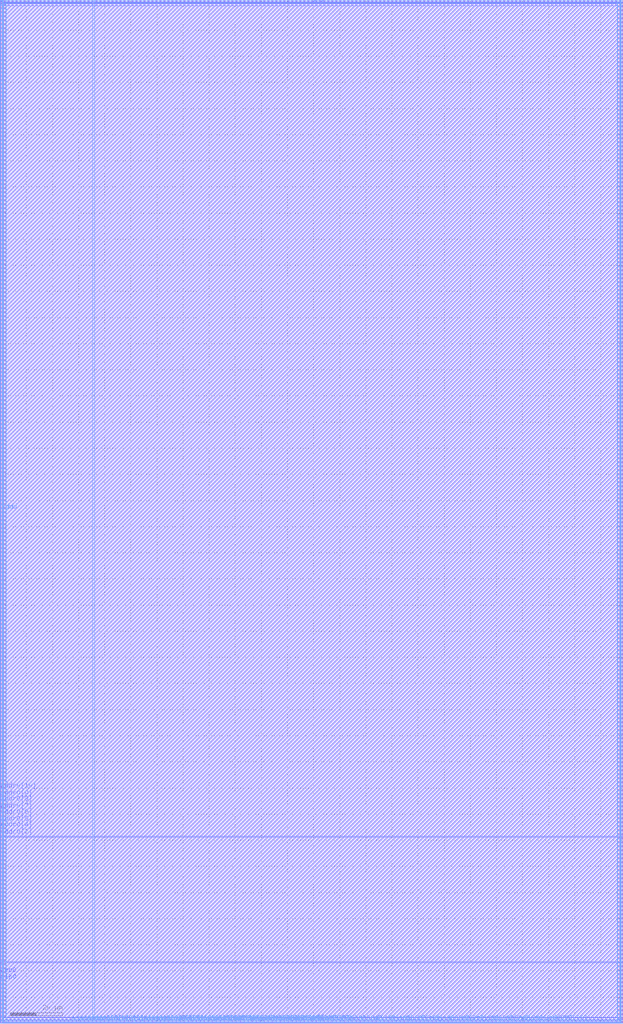
<source format=lef>
VERSION 5.4 ;
NAMESCASESENSITIVE ON ;
BUSBITCHARS "[]" ;
DIVIDERCHAR "/" ;
UNITS
  DATABASE MICRONS 2000 ;
END UNITS
MACRO sram_32b_2048_1rw_freepdk45_sram_32x2048_1v
   CLASS BLOCK ;
   SIZE 238.5625 BY 391.5075 ;
   SYMMETRY X Y R90 ;
   PIN din0[0]
      DIRECTION INPUT ;
      PORT
         LAYER M4 ;
         RECT  35.705 0.0 35.845 0.14 ;
      END
   END din0[0]
   PIN din0[1]
      DIRECTION INPUT ;
      PORT
         LAYER M4 ;
         RECT  38.565 0.0 38.705 0.14 ;
      END
   END din0[1]
   PIN din0[2]
      DIRECTION INPUT ;
      PORT
         LAYER M4 ;
         RECT  41.425 0.0 41.565 0.14 ;
      END
   END din0[2]
   PIN din0[3]
      DIRECTION INPUT ;
      PORT
         LAYER M4 ;
         RECT  44.285 0.0 44.425 0.14 ;
      END
   END din0[3]
   PIN din0[4]
      DIRECTION INPUT ;
      PORT
         LAYER M4 ;
         RECT  47.145 0.0 47.285 0.14 ;
      END
   END din0[4]
   PIN din0[5]
      DIRECTION INPUT ;
      PORT
         LAYER M4 ;
         RECT  50.005 0.0 50.145 0.14 ;
      END
   END din0[5]
   PIN din0[6]
      DIRECTION INPUT ;
      PORT
         LAYER M4 ;
         RECT  52.865 0.0 53.005 0.14 ;
      END
   END din0[6]
   PIN din0[7]
      DIRECTION INPUT ;
      PORT
         LAYER M4 ;
         RECT  55.725 0.0 55.865 0.14 ;
      END
   END din0[7]
   PIN din0[8]
      DIRECTION INPUT ;
      PORT
         LAYER M4 ;
         RECT  58.585 0.0 58.725 0.14 ;
      END
   END din0[8]
   PIN din0[9]
      DIRECTION INPUT ;
      PORT
         LAYER M4 ;
         RECT  61.445 0.0 61.585 0.14 ;
      END
   END din0[9]
   PIN din0[10]
      DIRECTION INPUT ;
      PORT
         LAYER M4 ;
         RECT  64.305 0.0 64.445 0.14 ;
      END
   END din0[10]
   PIN din0[11]
      DIRECTION INPUT ;
      PORT
         LAYER M4 ;
         RECT  67.165 0.0 67.305 0.14 ;
      END
   END din0[11]
   PIN din0[12]
      DIRECTION INPUT ;
      PORT
         LAYER M4 ;
         RECT  70.025 0.0 70.165 0.14 ;
      END
   END din0[12]
   PIN din0[13]
      DIRECTION INPUT ;
      PORT
         LAYER M4 ;
         RECT  72.885 0.0 73.025 0.14 ;
      END
   END din0[13]
   PIN din0[14]
      DIRECTION INPUT ;
      PORT
         LAYER M4 ;
         RECT  75.745 0.0 75.885 0.14 ;
      END
   END din0[14]
   PIN din0[15]
      DIRECTION INPUT ;
      PORT
         LAYER M4 ;
         RECT  78.605 0.0 78.745 0.14 ;
      END
   END din0[15]
   PIN din0[16]
      DIRECTION INPUT ;
      PORT
         LAYER M4 ;
         RECT  81.465 0.0 81.605 0.14 ;
      END
   END din0[16]
   PIN din0[17]
      DIRECTION INPUT ;
      PORT
         LAYER M4 ;
         RECT  84.325 0.0 84.465 0.14 ;
      END
   END din0[17]
   PIN din0[18]
      DIRECTION INPUT ;
      PORT
         LAYER M4 ;
         RECT  87.185 0.0 87.325 0.14 ;
      END
   END din0[18]
   PIN din0[19]
      DIRECTION INPUT ;
      PORT
         LAYER M4 ;
         RECT  90.045 0.0 90.185 0.14 ;
      END
   END din0[19]
   PIN din0[20]
      DIRECTION INPUT ;
      PORT
         LAYER M4 ;
         RECT  92.905 0.0 93.045 0.14 ;
      END
   END din0[20]
   PIN din0[21]
      DIRECTION INPUT ;
      PORT
         LAYER M4 ;
         RECT  95.765 0.0 95.905 0.14 ;
      END
   END din0[21]
   PIN din0[22]
      DIRECTION INPUT ;
      PORT
         LAYER M4 ;
         RECT  98.625 0.0 98.765 0.14 ;
      END
   END din0[22]
   PIN din0[23]
      DIRECTION INPUT ;
      PORT
         LAYER M4 ;
         RECT  101.485 0.0 101.625 0.14 ;
      END
   END din0[23]
   PIN din0[24]
      DIRECTION INPUT ;
      PORT
         LAYER M4 ;
         RECT  104.345 0.0 104.485 0.14 ;
      END
   END din0[24]
   PIN din0[25]
      DIRECTION INPUT ;
      PORT
         LAYER M4 ;
         RECT  107.205 0.0 107.345 0.14 ;
      END
   END din0[25]
   PIN din0[26]
      DIRECTION INPUT ;
      PORT
         LAYER M4 ;
         RECT  110.065 0.0 110.205 0.14 ;
      END
   END din0[26]
   PIN din0[27]
      DIRECTION INPUT ;
      PORT
         LAYER M4 ;
         RECT  112.925 0.0 113.065 0.14 ;
      END
   END din0[27]
   PIN din0[28]
      DIRECTION INPUT ;
      PORT
         LAYER M4 ;
         RECT  115.785 0.0 115.925 0.14 ;
      END
   END din0[28]
   PIN din0[29]
      DIRECTION INPUT ;
      PORT
         LAYER M4 ;
         RECT  118.645 0.0 118.785 0.14 ;
      END
   END din0[29]
   PIN din0[30]
      DIRECTION INPUT ;
      PORT
         LAYER M4 ;
         RECT  121.505 0.0 121.645 0.14 ;
      END
   END din0[30]
   PIN din0[31]
      DIRECTION INPUT ;
      PORT
         LAYER M4 ;
         RECT  124.365 0.0 124.505 0.14 ;
      END
   END din0[31]
   PIN addr0[0]
      DIRECTION INPUT ;
      PORT
         LAYER M4 ;
         RECT  27.125 0.0 27.265 0.14 ;
      END
   END addr0[0]
   PIN addr0[1]
      DIRECTION INPUT ;
      PORT
         LAYER M4 ;
         RECT  29.985 0.0 30.125 0.14 ;
      END
   END addr0[1]
   PIN addr0[2]
      DIRECTION INPUT ;
      PORT
         LAYER M4 ;
         RECT  32.845 0.0 32.985 0.14 ;
      END
   END addr0[2]
   PIN addr0[3]
      DIRECTION INPUT ;
      PORT
         LAYER M3 ;
         RECT  0.0 71.29 0.14 71.43 ;
      END
   END addr0[3]
   PIN addr0[4]
      DIRECTION INPUT ;
      PORT
         LAYER M3 ;
         RECT  0.0 74.02 0.14 74.16 ;
      END
   END addr0[4]
   PIN addr0[5]
      DIRECTION INPUT ;
      PORT
         LAYER M3 ;
         RECT  0.0 76.23 0.14 76.37 ;
      END
   END addr0[5]
   PIN addr0[6]
      DIRECTION INPUT ;
      PORT
         LAYER M3 ;
         RECT  0.0 78.96 0.14 79.1 ;
      END
   END addr0[6]
   PIN addr0[7]
      DIRECTION INPUT ;
      PORT
         LAYER M3 ;
         RECT  0.0 81.17 0.14 81.31 ;
      END
   END addr0[7]
   PIN addr0[8]
      DIRECTION INPUT ;
      PORT
         LAYER M3 ;
         RECT  0.0 83.9 0.14 84.04 ;
      END
   END addr0[8]
   PIN addr0[9]
      DIRECTION INPUT ;
      PORT
         LAYER M3 ;
         RECT  0.0 86.11 0.14 86.25 ;
      END
   END addr0[9]
   PIN addr0[10]
      DIRECTION INPUT ;
      PORT
         LAYER M3 ;
         RECT  0.0 88.84 0.14 88.98 ;
      END
   END addr0[10]
   PIN csb0
      DIRECTION INPUT ;
      PORT
         LAYER M3 ;
         RECT  0.0 15.65 0.14 15.79 ;
      END
   END csb0
   PIN web0
      DIRECTION INPUT ;
      PORT
         LAYER M3 ;
         RECT  0.0 18.38 0.14 18.52 ;
      END
   END web0
   PIN clk0
      DIRECTION INPUT ;
      PORT
         LAYER M3 ;
         RECT  0.0 15.885 0.14 16.025 ;
      END
   END clk0
   PIN dout0[0]
      DIRECTION OUTPUT ;
      PORT
         LAYER M4 ;
         RECT  53.15 0.0 53.29 0.14 ;
      END
   END dout0[0]
   PIN dout0[1]
      DIRECTION OUTPUT ;
      PORT
         LAYER M4 ;
         RECT  58.87 0.0 59.01 0.14 ;
      END
   END dout0[1]
   PIN dout0[2]
      DIRECTION OUTPUT ;
      PORT
         LAYER M4 ;
         RECT  64.59 0.0 64.73 0.14 ;
      END
   END dout0[2]
   PIN dout0[3]
      DIRECTION OUTPUT ;
      PORT
         LAYER M4 ;
         RECT  70.31 0.0 70.45 0.14 ;
      END
   END dout0[3]
   PIN dout0[4]
      DIRECTION OUTPUT ;
      PORT
         LAYER M4 ;
         RECT  76.03 0.0 76.17 0.14 ;
      END
   END dout0[4]
   PIN dout0[5]
      DIRECTION OUTPUT ;
      PORT
         LAYER M4 ;
         RECT  81.8975 0.0 82.0375 0.14 ;
      END
   END dout0[5]
   PIN dout0[6]
      DIRECTION OUTPUT ;
      PORT
         LAYER M4 ;
         RECT  86.4275 0.0 86.5675 0.14 ;
      END
   END dout0[6]
   PIN dout0[7]
      DIRECTION OUTPUT ;
      PORT
         LAYER M4 ;
         RECT  92.1475 0.0 92.2875 0.14 ;
      END
   END dout0[7]
   PIN dout0[8]
      DIRECTION OUTPUT ;
      PORT
         LAYER M4 ;
         RECT  97.8675 0.0 98.0075 0.14 ;
      END
   END dout0[8]
   PIN dout0[9]
      DIRECTION OUTPUT ;
      PORT
         LAYER M4 ;
         RECT  103.5875 0.0 103.7275 0.14 ;
      END
   END dout0[9]
   PIN dout0[10]
      DIRECTION OUTPUT ;
      PORT
         LAYER M4 ;
         RECT  109.29 0.0 109.43 0.14 ;
      END
   END dout0[10]
   PIN dout0[11]
      DIRECTION OUTPUT ;
      PORT
         LAYER M4 ;
         RECT  115.0275 0.0 115.1675 0.14 ;
      END
   END dout0[11]
   PIN dout0[12]
      DIRECTION OUTPUT ;
      PORT
         LAYER M4 ;
         RECT  120.7475 0.0 120.8875 0.14 ;
      END
   END dout0[12]
   PIN dout0[13]
      DIRECTION OUTPUT ;
      PORT
         LAYER M4 ;
         RECT  126.445 0.0 126.585 0.14 ;
      END
   END dout0[13]
   PIN dout0[14]
      DIRECTION OUTPUT ;
      PORT
         LAYER M4 ;
         RECT  132.085 0.0 132.225 0.14 ;
      END
   END dout0[14]
   PIN dout0[15]
      DIRECTION OUTPUT ;
      PORT
         LAYER M4 ;
         RECT  137.725 0.0 137.865 0.14 ;
      END
   END dout0[15]
   PIN dout0[16]
      DIRECTION OUTPUT ;
      PORT
         LAYER M4 ;
         RECT  143.365 0.0 143.505 0.14 ;
      END
   END dout0[16]
   PIN dout0[17]
      DIRECTION OUTPUT ;
      PORT
         LAYER M4 ;
         RECT  149.005 0.0 149.145 0.14 ;
      END
   END dout0[17]
   PIN dout0[18]
      DIRECTION OUTPUT ;
      PORT
         LAYER M4 ;
         RECT  154.645 0.0 154.785 0.14 ;
      END
   END dout0[18]
   PIN dout0[19]
      DIRECTION OUTPUT ;
      PORT
         LAYER M4 ;
         RECT  160.285 0.0 160.425 0.14 ;
      END
   END dout0[19]
   PIN dout0[20]
      DIRECTION OUTPUT ;
      PORT
         LAYER M4 ;
         RECT  165.925 0.0 166.065 0.14 ;
      END
   END dout0[20]
   PIN dout0[21]
      DIRECTION OUTPUT ;
      PORT
         LAYER M4 ;
         RECT  171.565 0.0 171.705 0.14 ;
      END
   END dout0[21]
   PIN dout0[22]
      DIRECTION OUTPUT ;
      PORT
         LAYER M4 ;
         RECT  177.205 0.0 177.345 0.14 ;
      END
   END dout0[22]
   PIN dout0[23]
      DIRECTION OUTPUT ;
      PORT
         LAYER M4 ;
         RECT  182.845 0.0 182.985 0.14 ;
      END
   END dout0[23]
   PIN dout0[24]
      DIRECTION OUTPUT ;
      PORT
         LAYER M4 ;
         RECT  188.485 0.0 188.625 0.14 ;
      END
   END dout0[24]
   PIN dout0[25]
      DIRECTION OUTPUT ;
      PORT
         LAYER M4 ;
         RECT  194.125 0.0 194.265 0.14 ;
      END
   END dout0[25]
   PIN dout0[26]
      DIRECTION OUTPUT ;
      PORT
         LAYER M4 ;
         RECT  199.765 0.0 199.905 0.14 ;
      END
   END dout0[26]
   PIN dout0[27]
      DIRECTION OUTPUT ;
      PORT
         LAYER M4 ;
         RECT  205.405 0.0 205.545 0.14 ;
      END
   END dout0[27]
   PIN dout0[28]
      DIRECTION OUTPUT ;
      PORT
         LAYER M4 ;
         RECT  211.045 0.0 211.185 0.14 ;
      END
   END dout0[28]
   PIN dout0[29]
      DIRECTION OUTPUT ;
      PORT
         LAYER M3 ;
         RECT  238.4225 23.2925 238.5625 23.4325 ;
      END
   END dout0[29]
   PIN dout0[30]
      DIRECTION OUTPUT ;
      PORT
         LAYER M3 ;
         RECT  238.4225 22.8225 238.5625 22.9625 ;
      END
   END dout0[30]
   PIN dout0[31]
      DIRECTION OUTPUT ;
      PORT
         LAYER M3 ;
         RECT  238.4225 23.0575 238.5625 23.1975 ;
      END
   END dout0[31]
   PIN vdd
      DIRECTION INOUT ;
      USE POWER ; 
      SHAPE ABUTMENT ; 
      PORT
         LAYER M4 ;
         RECT  237.8625 0.0 238.5625 391.5075 ;
         LAYER M4 ;
         RECT  0.0 0.0 0.7 391.5075 ;
         LAYER M3 ;
         RECT  0.0 390.8075 238.5625 391.5075 ;
         LAYER M3 ;
         RECT  0.0 0.0 238.5625 0.7 ;
      END
   END vdd
   PIN gnd
      DIRECTION INOUT ;
      USE GROUND ; 
      SHAPE ABUTMENT ; 
      PORT
         LAYER M3 ;
         RECT  1.4 1.4 237.1625 2.1 ;
         LAYER M4 ;
         RECT  236.4625 1.4 237.1625 390.1075 ;
         LAYER M3 ;
         RECT  1.4 389.4075 237.1625 390.1075 ;
         LAYER M4 ;
         RECT  1.4 1.4 2.1 390.1075 ;
      END
   END gnd
   OBS
   LAYER  M1 ;
      RECT  0.14 0.14 238.4225 391.3675 ;
   LAYER  M2 ;
      RECT  0.14 0.14 238.4225 391.3675 ;
   LAYER  M3 ;
      RECT  0.28 71.15 238.4225 71.57 ;
      RECT  0.14 71.57 0.28 73.88 ;
      RECT  0.14 74.3 0.28 76.09 ;
      RECT  0.14 76.51 0.28 78.82 ;
      RECT  0.14 79.24 0.28 81.03 ;
      RECT  0.14 81.45 0.28 83.76 ;
      RECT  0.14 84.18 0.28 85.97 ;
      RECT  0.14 86.39 0.28 88.7 ;
      RECT  0.14 18.66 0.28 71.15 ;
      RECT  0.14 16.165 0.28 18.24 ;
      RECT  0.28 23.1525 238.2825 23.5725 ;
      RECT  0.28 23.5725 238.2825 71.15 ;
      RECT  238.2825 23.5725 238.4225 71.15 ;
      RECT  0.14 89.12 0.28 390.6675 ;
      RECT  0.14 0.84 0.28 15.51 ;
      RECT  238.2825 0.84 238.4225 22.6825 ;
      RECT  0.28 0.84 1.26 1.26 ;
      RECT  0.28 1.26 1.26 2.24 ;
      RECT  0.28 2.24 1.26 23.1525 ;
      RECT  1.26 0.84 237.3025 1.26 ;
      RECT  1.26 2.24 237.3025 23.1525 ;
      RECT  237.3025 0.84 238.2825 1.26 ;
      RECT  237.3025 1.26 238.2825 2.24 ;
      RECT  237.3025 2.24 238.2825 23.1525 ;
      RECT  0.28 71.57 1.26 389.2675 ;
      RECT  0.28 389.2675 1.26 390.2475 ;
      RECT  0.28 390.2475 1.26 390.6675 ;
      RECT  1.26 71.57 237.3025 389.2675 ;
      RECT  1.26 390.2475 237.3025 390.6675 ;
      RECT  237.3025 71.57 238.4225 389.2675 ;
      RECT  237.3025 389.2675 238.4225 390.2475 ;
      RECT  237.3025 390.2475 238.4225 390.6675 ;
   LAYER  M4 ;
      RECT  35.425 0.42 36.125 391.3675 ;
      RECT  36.125 0.14 38.285 0.42 ;
      RECT  38.985 0.14 41.145 0.42 ;
      RECT  41.845 0.14 44.005 0.42 ;
      RECT  44.705 0.14 46.865 0.42 ;
      RECT  47.565 0.14 49.725 0.42 ;
      RECT  50.425 0.14 52.585 0.42 ;
      RECT  56.145 0.14 58.305 0.42 ;
      RECT  61.865 0.14 64.025 0.42 ;
      RECT  67.585 0.14 69.745 0.42 ;
      RECT  73.305 0.14 75.465 0.42 ;
      RECT  79.025 0.14 81.185 0.42 ;
      RECT  87.605 0.14 89.765 0.42 ;
      RECT  93.325 0.14 95.485 0.42 ;
      RECT  99.045 0.14 101.205 0.42 ;
      RECT  104.765 0.14 106.925 0.42 ;
      RECT  110.485 0.14 112.645 0.42 ;
      RECT  116.205 0.14 118.365 0.42 ;
      RECT  121.925 0.14 124.085 0.42 ;
      RECT  27.545 0.14 29.705 0.42 ;
      RECT  30.405 0.14 32.565 0.42 ;
      RECT  33.265 0.14 35.425 0.42 ;
      RECT  53.57 0.14 55.445 0.42 ;
      RECT  59.29 0.14 61.165 0.42 ;
      RECT  65.01 0.14 66.885 0.42 ;
      RECT  70.73 0.14 72.605 0.42 ;
      RECT  76.45 0.14 78.325 0.42 ;
      RECT  82.3175 0.14 84.045 0.42 ;
      RECT  84.745 0.14 86.1475 0.42 ;
      RECT  86.8475 0.14 86.905 0.42 ;
      RECT  90.465 0.14 91.8675 0.42 ;
      RECT  92.5675 0.14 92.625 0.42 ;
      RECT  96.185 0.14 97.5875 0.42 ;
      RECT  98.2875 0.14 98.345 0.42 ;
      RECT  101.905 0.14 103.3075 0.42 ;
      RECT  104.0075 0.14 104.065 0.42 ;
      RECT  107.625 0.14 109.01 0.42 ;
      RECT  109.71 0.14 109.785 0.42 ;
      RECT  113.345 0.14 114.7475 0.42 ;
      RECT  115.4475 0.14 115.505 0.42 ;
      RECT  119.065 0.14 120.4675 0.42 ;
      RECT  121.1675 0.14 121.225 0.42 ;
      RECT  124.785 0.14 126.165 0.42 ;
      RECT  126.865 0.14 131.805 0.42 ;
      RECT  132.505 0.14 137.445 0.42 ;
      RECT  138.145 0.14 143.085 0.42 ;
      RECT  143.785 0.14 148.725 0.42 ;
      RECT  149.425 0.14 154.365 0.42 ;
      RECT  155.065 0.14 160.005 0.42 ;
      RECT  160.705 0.14 165.645 0.42 ;
      RECT  166.345 0.14 171.285 0.42 ;
      RECT  171.985 0.14 176.925 0.42 ;
      RECT  177.625 0.14 182.565 0.42 ;
      RECT  183.265 0.14 188.205 0.42 ;
      RECT  188.905 0.14 193.845 0.42 ;
      RECT  194.545 0.14 199.485 0.42 ;
      RECT  200.185 0.14 205.125 0.42 ;
      RECT  205.825 0.14 210.765 0.42 ;
      RECT  211.465 0.14 237.5825 0.42 ;
      RECT  0.98 0.14 26.845 0.42 ;
      RECT  36.125 0.42 236.1825 1.12 ;
      RECT  36.125 1.12 236.1825 390.3875 ;
      RECT  36.125 390.3875 236.1825 391.3675 ;
      RECT  236.1825 0.42 237.4425 1.12 ;
      RECT  236.1825 390.3875 237.4425 391.3675 ;
      RECT  237.4425 0.42 237.5825 1.12 ;
      RECT  237.4425 1.12 237.5825 390.3875 ;
      RECT  237.4425 390.3875 237.5825 391.3675 ;
      RECT  0.98 0.42 1.12 1.12 ;
      RECT  0.98 1.12 1.12 390.3875 ;
      RECT  0.98 390.3875 1.12 391.3675 ;
      RECT  1.12 0.42 2.38 1.12 ;
      RECT  1.12 390.3875 2.38 391.3675 ;
      RECT  2.38 0.42 35.425 1.12 ;
      RECT  2.38 1.12 35.425 390.3875 ;
      RECT  2.38 390.3875 35.425 391.3675 ;
   END
END    sram_32b_2048_1rw_freepdk45_sram_32x2048_1v
END    LIBRARY

</source>
